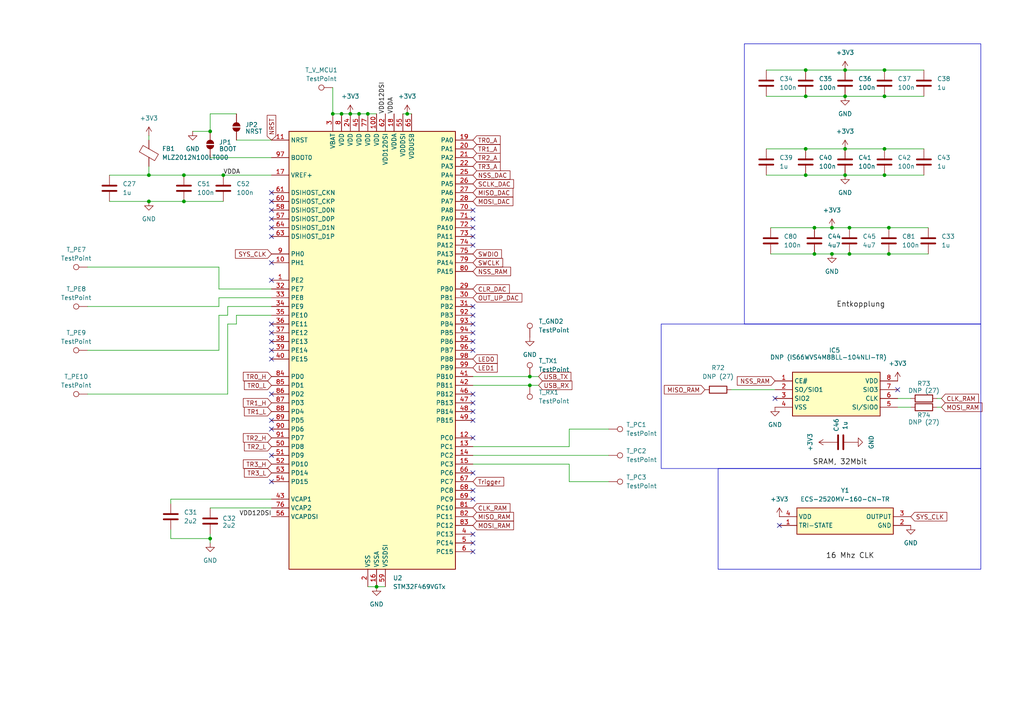
<source format=kicad_sch>
(kicad_sch (version 20231120) (generator "eeschema") (generator_version "8.0")
  (paper "A4")
  (lib_symbols
    (symbol "Lib:+3V3" (power) (pin_numbers hide) (pin_names (offset 0) hide)
      (property "Value" "+3V3" (at 0 3.556 0))
      (symbol "+3V3_0_1"
        (polyline (pts (xy -0.762 1.27) (xy 0 2.54)))
        (polyline (pts (xy 0 0) (xy 0 2.54)))
        (polyline (pts (xy 0 2.54) (xy 0.762 1.27)))
      )
      (symbol "+3V3_1_1"
        (pin power_in line (at 0 0 90) (length 0) (name "~") (number "1"))
      )
    )
    (symbol "Lib:C" (pin_numbers hide) (pin_names (offset 0.254))
      (property "Reference" "C" (at 0.635 2.54 0))
      (property "Value" "C" (at 0.635 -2.54 0))
      (symbol "C_0_1"
        (polyline (pts (xy -2.032 -0.762) (xy 2.032 -0.762)) (stroke (width 0.508)))
        (polyline (pts (xy -2.032 0.762) (xy 2.032 0.762)) (stroke (width 0.508)))
      )
      (symbol "C_1_1"
        (pin passive line (at 0 3.81 270) (length 2.794) (name "~") (number "1"))
        (pin passive line (at 0 -3.81 90) (length 2.794) (name "~") (number "2"))
      )
    )
    (symbol "Lib:ECS-2520MV-160-CN-TR"
      (property "Reference" "Y" (at 34.29 7.62 0))
      (property "Value" "ECS-2520MV-160-CN-TR" (at 34.29 5.08 0))
      (symbol "ECS-2520MV-160-CN-TR_1_1"
        (rectangle (start 5.08 2.54) (end 33.02 -5.08) (stroke (width 0.254)) (fill (type background)))
        (pin passive line (at 0 -2.54 0) (length 5.08) (name "TRI-STATE") (number "1"))
        (pin passive line (at 38.1 -2.54 180) (length 5.08) (name "GND") (number "2"))
        (pin passive line (at 38.1 0 180) (length 5.08) (name "OUTPUT") (number "3"))
        (pin passive line (at 0 0 0) (length 5.08) (name "VDD") (number "4"))
      )
    )
    (symbol "Lib:FerriteBead" (pin_numbers hide) (pin_names (offset 0))
      (property "Reference" "FB" (at -3.81 0.635 90))
      (property "Value" "FerriteBead" (at 3.81 0 90))
      (symbol "FerriteBead_0_1"
        (polyline (pts (xy 0 -1.27) (xy 0 -1.2192)))
        (polyline (pts (xy 0 1.27) (xy 0 1.2954)))
        (polyline (pts (xy -2.7686 0.4064) (xy -1.7018 2.2606) (xy 2.7686 -0.3048) (xy 1.6764 -2.159) (xy -2.7686 0.4064)))
      )
      (symbol "FerriteBead_1_1"
        (pin passive line (at 0 3.81 270) (length 2.54) (name "~") (number "1"))
        (pin passive line (at 0 -3.81 90) (length 2.54) (name "~") (number "2"))
      )
    )
    (symbol "Lib:GND" (power) (pin_numbers hide) (pin_names (offset 0) hide)
      (property "Value" "GND" (at 0 -3.81 0))
      (symbol "GND_0_1"
        (polyline (pts (xy 0 0) (xy 0 -1.27) (xy 1.27 -1.27) (xy 0 -2.54) (xy -1.27 -1.27) (xy 0 -1.27)))
      )
      (symbol "GND_1_1"
        (pin power_in line (at 0 0 270) (length 0) (name "~") (number "1"))
      )
    )
    (symbol "Lib:IS66WVS4M8BLL-104NLI-TR"
      (property "Reference" "IC" (at 31.75 7.62 0))
      (property "Value" "IS66WVS4M8BLL-104NLI-TR" (at 31.75 5.08 0))
      (symbol "IS66WVS4M8BLL-104NLI-TR_1_1"
        (rectangle (start 5.08 2.54) (end 30.48 -10.16) (stroke (width 0.254)) (fill (type background)))
        (pin passive line (at 0 0 0) (length 5.08) (name "CE#") (number "1"))
        (pin passive line (at 0 -2.54 0) (length 5.08) (name "SO/SIO1") (number "2"))
        (pin passive line (at 0 -5.08 0) (length 5.08) (name "SIO2") (number "3"))
        (pin passive line (at 0 -7.62 0) (length 5.08) (name "VSS") (number "4"))
        (pin passive line (at 35.56 -7.62 180) (length 5.08) (name "SI/SIO0") (number "5"))
        (pin passive line (at 35.56 -5.08 180) (length 5.08) (name "CLK") (number "6"))
        (pin passive line (at 35.56 -2.54 180) (length 5.08) (name "SIO3") (number "7"))
        (pin passive line (at 35.56 0 180) (length 5.08) (name "VDD") (number "8"))
      )
    )
    (symbol "Lib:R" (pin_numbers hide) (pin_names (offset 0))
      (property "Reference" "R" (at 2.032 0 90))
      (property "Value" "R" (at 0 0 90))
      (symbol "R_0_1"
        (rectangle (start -1.016 -2.54) (end 1.016 2.54) (stroke (width 0.254)))
      )
      (symbol "R_1_1"
        (pin passive line (at 0 3.81 270) (length 1.27) (name "~") (number "1"))
        (pin passive line (at 0 -3.81 90) (length 1.27) (name "~") (number "2"))
      )
    )
    (symbol "Lib:STM32F469VGTx"
      (property "Reference" "U" (at -22.86 64.77 0))
      (property "Value" "STM32F469VGTx" (at 15.24 64.77 0))
      (symbol "STM32F469VGTx_0_1"
        (rectangle (start -22.86 -63.5) (end 25.4 63.5) (stroke (width 0.254)) (fill (type background)))
      )
      (symbol "STM32F469VGTx_1_1"
        (pin bidirectional line (at -27.94 20.32 0) (length 5.08) (name "PE2") (number "1"))
        (pin bidirectional line (at -27.94 25.4 0) (length 5.08) (name "PH1") (number "10"))
        (pin power_in line (at 2.54 68.58 270) (length 5.08) (name "VDD") (number "100"))
        (pin input line (at -27.94 60.96 0) (length 5.08) (name "NRST") (number "11"))
        (pin bidirectional line (at 30.48 -25.4 180) (length 5.08) (name "PC0") (number "12"))
        (pin bidirectional line (at 30.48 -27.94 180) (length 5.08) (name "PC1") (number "13"))
        (pin bidirectional line (at 30.48 -30.48 180) (length 5.08) (name "PC2") (number "14"))
        (pin bidirectional line (at 30.48 -33.02 180) (length 5.08) (name "PC3") (number "15"))
        (pin power_in line (at 2.54 -68.58 90) (length 5.08) (name "VSSA") (number "16"))
        (pin input line (at -27.94 50.8 0) (length 5.08) (name "VREF+") (number "17"))
        (pin power_in line (at 7.62 68.58 270) (length 5.08) (name "VDDA") (number "18"))
        (pin bidirectional line (at 30.48 60.96 180) (length 5.08) (name "PA0") (number "19"))
        (pin power_in line (at 0 -68.58 90) (length 5.08) (name "VSS") (number "2"))
        (pin bidirectional line (at 30.48 58.42 180) (length 5.08) (name "PA1") (number "20"))
        (pin bidirectional line (at 30.48 55.88 180) (length 5.08) (name "PA2") (number "21"))
        (pin bidirectional line (at 30.48 53.34 180) (length 5.08) (name "PA3") (number "22"))
        (pin passive line (at 0 -68.58 90) (length 5.08) hide (name "VSS") (number "23"))
        (pin power_in line (at -5.08 68.58 270) (length 5.08) (name "VDD") (number "24"))
        (pin bidirectional line (at 30.48 50.8 180) (length 5.08) (name "PA4") (number "25"))
        (pin bidirectional line (at 30.48 48.26 180) (length 5.08) (name "PA5") (number "26"))
        (pin bidirectional line (at 30.48 45.72 180) (length 5.08) (name "PA6") (number "27"))
        (pin bidirectional line (at 30.48 43.18 180) (length 5.08) (name "PA7") (number "28"))
        (pin bidirectional line (at 30.48 17.78 180) (length 5.08) (name "PB0") (number "29"))
        (pin power_in line (at -10.16 68.58 270) (length 5.08) (name "VBAT") (number "3"))
        (pin bidirectional line (at 30.48 15.24 180) (length 5.08) (name "PB1") (number "30"))
        (pin bidirectional line (at 30.48 12.7 180) (length 5.08) (name "PB2") (number "31"))
        (pin bidirectional line (at -27.94 17.78 0) (length 5.08) (name "PE7") (number "32"))
        (pin bidirectional line (at -27.94 15.24 0) (length 5.08) (name "PE8") (number "33"))
        (pin bidirectional line (at -27.94 12.7 0) (length 5.08) (name "PE9") (number "34"))
        (pin bidirectional line (at -27.94 10.16 0) (length 5.08) (name "PE10") (number "35"))
        (pin bidirectional line (at -27.94 7.62 0) (length 5.08) (name "PE11") (number "36"))
        (pin bidirectional line (at -27.94 5.08 0) (length 5.08) (name "PE12") (number "37"))
        (pin bidirectional line (at -27.94 2.54 0) (length 5.08) (name "PE13") (number "38"))
        (pin bidirectional line (at -27.94 0 0) (length 5.08) (name "PE14") (number "39"))
        (pin bidirectional line (at 30.48 -53.34 180) (length 5.08) (name "PC13") (number "4"))
        (pin bidirectional line (at -27.94 -2.54 0) (length 5.08) (name "PE15") (number "40"))
        (pin bidirectional line (at 30.48 -7.62 180) (length 5.08) (name "PB10") (number "41"))
        (pin bidirectional line (at 30.48 -10.16 180) (length 5.08) (name "PB11") (number "42"))
        (pin power_out line (at -27.94 -43.18 0) (length 5.08) (name "VCAP1") (number "43"))
        (pin passive line (at 0 -68.58 90) (length 5.08) hide (name "VSS") (number "44"))
        (pin power_in line (at -2.54 68.58 270) (length 5.08) (name "VDD") (number "45"))
        (pin bidirectional line (at 30.48 -12.7 180) (length 5.08) (name "PB12") (number "46"))
        (pin bidirectional line (at 30.48 -15.24 180) (length 5.08) (name "PB13") (number "47"))
        (pin bidirectional line (at 30.48 -17.78 180) (length 5.08) (name "PB14") (number "48"))
        (pin bidirectional line (at 30.48 -20.32 180) (length 5.08) (name "PB15") (number "49"))
        (pin bidirectional line (at 30.48 -55.88 180) (length 5.08) (name "PC14") (number "5"))
        (pin bidirectional line (at -27.94 -27.94 0) (length 5.08) (name "PD8") (number "50"))
        (pin bidirectional line (at -27.94 -30.48 0) (length 5.08) (name "PD9") (number "51"))
        (pin bidirectional line (at -27.94 -33.02 0) (length 5.08) (name "PD10") (number "52"))
        (pin bidirectional line (at -27.94 -35.56 0) (length 5.08) (name "PD14") (number "53"))
        (pin bidirectional line (at -27.94 -38.1 0) (length 5.08) (name "PD15") (number "54"))
        (pin power_in line (at 10.16 68.58 270) (length 5.08) (name "VDDDSI") (number "55"))
        (pin power_out line (at -27.94 -48.26 0) (length 5.08) (name "VCAPDSI") (number "56"))
        (pin bidirectional line (at -27.94 38.1 0) (length 5.08) (name "DSIHOST_D0P") (number "57"))
        (pin bidirectional line (at -27.94 40.64 0) (length 5.08) (name "DSIHOST_D0N") (number "58"))
        (pin power_in line (at 5.08 -68.58 90) (length 5.08) (name "VSSDSI") (number "59"))
        (pin bidirectional line (at 30.48 -58.42 180) (length 5.08) (name "PC15") (number "6"))
        (pin bidirectional line (at -27.94 43.18 0) (length 5.08) (name "DSIHOST_CKP") (number "60"))
        (pin bidirectional line (at -27.94 45.72 0) (length 5.08) (name "DSIHOST_CKN") (number "61"))
        (pin power_in line (at 5.08 68.58 270) (length 5.08) (name "VDD12DSI") (number "62"))
        (pin bidirectional line (at -27.94 33.02 0) (length 5.08) (name "DSIHOST_D1P") (number "63"))
        (pin bidirectional line (at -27.94 35.56 0) (length 5.08) (name "DSIHOST_D1N") (number "64"))
        (pin power_in line (at 12.7 68.58 270) (length 5.08) (name "VDDUSB") (number "65"))
        (pin bidirectional line (at 30.48 -35.56 180) (length 5.08) (name "PC6") (number "66"))
        (pin bidirectional line (at 30.48 -38.1 180) (length 5.08) (name "PC7") (number "67"))
        (pin bidirectional line (at 30.48 -40.64 180) (length 5.08) (name "PC8") (number "68"))
        (pin bidirectional line (at 30.48 -43.18 180) (length 5.08) (name "PC9") (number "69"))
        (pin passive line (at 0 -68.58 90) (length 5.08) hide (name "VSS") (number "7"))
        (pin bidirectional line (at 30.48 40.64 180) (length 5.08) (name "PA8") (number "70"))
        (pin bidirectional line (at 30.48 38.1 180) (length 5.08) (name "PA9") (number "71"))
        (pin bidirectional line (at 30.48 35.56 180) (length 5.08) (name "PA10") (number "72"))
        (pin bidirectional line (at 30.48 33.02 180) (length 5.08) (name "PA11") (number "73"))
        (pin bidirectional line (at 30.48 30.48 180) (length 5.08) (name "PA12") (number "74"))
        (pin bidirectional line (at 30.48 27.94 180) (length 5.08) (name "PA13") (number "75"))
        (pin power_out line (at -27.94 -45.72 0) (length 5.08) (name "VCAP2") (number "76"))
        (pin power_in line (at 0 68.58 270) (length 5.08) (name "VDD") (number "77"))
        (pin passive line (at 0 -68.58 90) (length 5.08) hide (name "VSS") (number "78"))
        (pin bidirectional line (at 30.48 25.4 180) (length 5.08) (name "PA14") (number "79"))
        (pin power_in line (at -7.62 68.58 270) (length 5.08) (name "VDD") (number "8"))
        (pin bidirectional line (at 30.48 22.86 180) (length 5.08) (name "PA15") (number "80"))
        (pin bidirectional line (at 30.48 -45.72 180) (length 5.08) (name "PC10") (number "81"))
        (pin bidirectional line (at 30.48 -48.26 180) (length 5.08) (name "PC11") (number "82"))
        (pin bidirectional line (at 30.48 -50.8 180) (length 5.08) (name "PC12") (number "83"))
        (pin bidirectional line (at -27.94 -7.62 0) (length 5.08) (name "PD0") (number "84"))
        (pin bidirectional line (at -27.94 -10.16 0) (length 5.08) (name "PD1") (number "85"))
        (pin bidirectional line (at -27.94 -12.7 0) (length 5.08) (name "PD2") (number "86"))
        (pin bidirectional line (at -27.94 -15.24 0) (length 5.08) (name "PD3") (number "87"))
        (pin bidirectional line (at -27.94 -17.78 0) (length 5.08) (name "PD4") (number "88"))
        (pin bidirectional line (at -27.94 -20.32 0) (length 5.08) (name "PD5") (number "89"))
        (pin bidirectional line (at -27.94 27.94 0) (length 5.08) (name "PH0") (number "9"))
        (pin bidirectional line (at -27.94 -22.86 0) (length 5.08) (name "PD6") (number "90"))
        (pin bidirectional line (at -27.94 -25.4 0) (length 5.08) (name "PD7") (number "91"))
        (pin bidirectional line (at 30.48 10.16 180) (length 5.08) (name "PB3") (number "92"))
        (pin bidirectional line (at 30.48 7.62 180) (length 5.08) (name "PB4") (number "93"))
        (pin bidirectional line (at 30.48 5.08 180) (length 5.08) (name "PB5") (number "94"))
        (pin bidirectional line (at 30.48 2.54 180) (length 5.08) (name "PB6") (number "95"))
        (pin bidirectional line (at 30.48 0 180) (length 5.08) (name "PB7") (number "96"))
        (pin input line (at -27.94 55.88 0) (length 5.08) (name "BOOT0") (number "97"))
        (pin bidirectional line (at 30.48 -2.54 180) (length 5.08) (name "PB8") (number "98"))
        (pin bidirectional line (at 30.48 -5.08 180) (length 5.08) (name "PB9") (number "99"))
      )
    )
    (symbol "Lib:SolderJumper_2_Open" (pin_numbers hide) (pin_names (offset 0) hide) (exclude_from_sim yes) (in_bom no)
      (property "Reference" "JP" (at 0 2.032 0))
      (property "Value" "SolderJumper_2_Open" (at 0 -2.54 0))
      (symbol "SolderJumper_2_Open_0_1"
        (arc (start -0.254 1.016) (mid -1.2656 0) (end -0.254 -1.016))
        (arc (start -0.254 1.016) (mid -1.2656 0) (end -0.254 -1.016) (fill (type outline)))
        (polyline (pts (xy -0.254 1.016) (xy -0.254 -1.016)))
        (polyline (pts (xy 0.254 1.016) (xy 0.254 -1.016)))
        (arc (start 0.254 -1.016) (mid 1.2656 0) (end 0.254 1.016))
        (arc (start 0.254 -1.016) (mid 1.2656 0) (end 0.254 1.016) (fill (type outline)))
      )
      (symbol "SolderJumper_2_Open_1_1"
        (pin passive line (at -3.81 0 0) (length 2.54) (name "A") (number "1"))
        (pin passive line (at 3.81 0 180) (length 2.54) (name "B") (number "2"))
      )
    )
    (symbol "Lib:TestPoint" (pin_numbers hide) (pin_names (offset 0.762) hide)
      (property "Reference" "TP" (at 0 6.858 0))
      (property "Value" "TestPoint" (at 0 5.08 0))
      (symbol "TestPoint_0_1"
        (circle (center 0 3.302) (radius 0.762))
      )
      (symbol "TestPoint_1_1"
        (pin passive line (at 0 0 90) (length 2.54) (name "1") (number "1"))
      )
    )
  )
  (junction (at 233.68 50.8))
  (junction (at 233.68 43.18))
  (junction (at 256.54 20.32))
  (junction (at 101.6 33.02))
  (junction (at 64.77 50.8))
  (junction (at 256.54 50.8))
  (junction (at 245.11 43.18))
  (junction (at 256.54 27.94))
  (junction (at 153.67 109.22))
  (junction (at 43.18 50.8))
  (junction (at 99.06 33.02))
  (junction (at 245.11 50.8))
  (junction (at 236.22 73.66))
  (junction (at 106.68 33.02))
  (junction (at 245.11 20.32))
  (junction (at 241.3 73.66))
  (junction (at 245.11 27.94))
  (junction (at 104.14 33.02))
  (junction (at 109.22 170.18))
  (junction (at 96.52 33.02))
  (junction (at 153.67 111.76))
  (junction (at 53.34 50.8))
  (junction (at 60.96 38.1))
  (junction (at 256.54 43.18))
  (junction (at 43.18 58.42))
  (junction (at 233.68 20.32))
  (junction (at 246.38 66.04))
  (junction (at 257.81 73.66))
  (junction (at 233.68 27.94))
  (junction (at 60.96 156.21))
  (junction (at 257.81 66.04))
  (junction (at 53.34 58.42))
  (junction (at 246.38 73.66))
  (junction (at 236.22 66.04))
  (junction (at 241.3 66.04))
  (junction (at 118.11 33.02))
  (no_connect (at 78.74 76.2))
  (no_connect (at 137.16 71.12))
  (no_connect (at 78.74 114.3))
  (no_connect (at 226.06 152.4))
  (no_connect (at 137.16 99.06))
  (no_connect (at 137.16 142.24))
  (no_connect (at 224.79 115.57))
  (no_connect (at 137.16 63.5))
  (no_connect (at 137.16 121.92))
  (no_connect (at 137.16 127))
  (no_connect (at 137.16 93.98))
  (no_connect (at 78.74 139.7))
  (no_connect (at 137.16 88.9))
  (no_connect (at 78.74 60.96))
  (no_connect (at 137.16 68.58))
  (no_connect (at 78.74 66.04))
  (no_connect (at 78.74 124.46))
  (no_connect (at 137.16 154.94))
  (no_connect (at 137.16 144.78))
  (no_connect (at 78.74 96.52))
  (no_connect (at 137.16 114.3))
  (no_connect (at 137.16 96.52))
  (no_connect (at 137.16 116.84))
  (no_connect (at 78.74 99.06))
  (no_connect (at 78.74 121.92))
  (no_connect (at 137.16 160.02))
  (no_connect (at 137.16 66.04))
  (no_connect (at 78.74 93.98))
  (no_connect (at 137.16 157.48))
  (no_connect (at 137.16 137.16))
  (no_connect (at 137.16 91.44))
  (no_connect (at 78.74 68.58))
  (no_connect (at 78.74 81.28))
  (no_connect (at 78.74 132.08))
  (no_connect (at 78.74 63.5))
  (no_connect (at 78.74 58.42))
  (no_connect (at 137.16 101.6))
  (no_connect (at 78.74 104.14))
  (no_connect (at 137.16 119.38))
  (no_connect (at 78.74 55.88))
  (no_connect (at 78.74 101.6))
  (no_connect (at 260.35 113.03))
  (no_connect (at 137.16 60.96))
  (wire (pts (xy 49.53 153.67) (xy 49.53 156.21)))
  (wire (pts (xy 49.53 156.21) (xy 60.96 156.21)))
  (wire (pts (xy 245.11 27.94) (xy 256.54 27.94)))
  (wire (pts (xy 109.22 170.18) (xy 111.76 170.18)))
  (wire (pts (xy 64.77 50.8) (xy 78.74 50.8)))
  (wire (pts (xy 66.04 91.44) (xy 66.04 88.9)))
  (wire (pts (xy 53.34 50.8) (xy 64.77 50.8)))
  (wire (pts (xy 236.22 73.66) (xy 241.3 73.66)))
  (wire (pts (xy 66.04 88.9) (xy 78.74 88.9)))
  (wire (pts (xy 165.1 124.46) (xy 176.53 124.46)))
  (wire (pts (xy 153.67 109.22) (xy 137.16 109.22)))
  (wire (pts (xy 53.34 58.42) (xy 64.77 58.42)))
  (wire (pts (xy 245.11 50.8) (xy 256.54 50.8)))
  (wire (pts (xy 99.06 33.02) (xy 101.6 33.02)))
  (wire (pts (xy 49.53 144.78) (xy 78.74 144.78)))
  (wire (pts (xy 256.54 50.8) (xy 267.97 50.8)))
  (wire (pts (xy 55.88 38.1) (xy 60.96 38.1)))
  (wire (pts (xy 66.04 114.3) (xy 66.04 93.98)))
  (wire (pts (xy 222.25 20.32) (xy 233.68 20.32)))
  (wire (pts (xy 106.68 170.18) (xy 109.22 170.18)))
  (wire (pts (xy 273.05 118.11) (xy 271.78 118.11)))
  (wire (pts (xy 63.5 86.36) (xy 78.74 86.36)))
  (wire (pts (xy 96.52 25.4) (xy 96.52 33.02)))
  (wire (pts (xy 101.6 33.02) (xy 104.14 33.02)))
  (wire (pts (xy 222.25 50.8) (xy 233.68 50.8)))
  (wire (pts (xy 104.14 33.02) (xy 106.68 33.02)))
  (wire (pts (xy 31.75 50.8) (xy 43.18 50.8)))
  (wire (pts (xy 49.53 146.05) (xy 49.53 144.78)))
  (wire (pts (xy 63.5 88.9) (xy 63.5 86.36)))
  (wire (pts (xy 236.22 66.04) (xy 241.3 66.04)))
  (wire (pts (xy 156.21 111.76) (xy 153.67 111.76)))
  (wire (pts (xy 137.16 134.62) (xy 165.1 134.62)))
  (wire (pts (xy 68.58 40.64) (xy 78.74 40.64)))
  (wire (pts (xy 273.05 115.57) (xy 271.78 115.57)))
  (wire (pts (xy 153.67 111.76) (xy 137.16 111.76)))
  (wire (pts (xy 106.68 33.02) (xy 109.22 33.02)))
  (wire (pts (xy 246.38 73.66) (xy 241.3 73.66)))
  (wire (pts (xy 116.84 33.02) (xy 118.11 33.02)))
  (wire (pts (xy 63.5 101.6) (xy 63.5 91.44)))
  (wire (pts (xy 233.68 27.94) (xy 245.11 27.94)))
  (wire (pts (xy 68.58 91.44) (xy 78.74 91.44)))
  (wire (pts (xy 118.11 33.02) (xy 119.38 33.02)))
  (wire (pts (xy 25.4 77.47) (xy 63.5 77.47)))
  (wire (pts (xy 222.25 43.18) (xy 233.68 43.18)))
  (wire (pts (xy 257.81 66.04) (xy 269.24 66.04)))
  (wire (pts (xy 256.54 43.18) (xy 267.97 43.18)))
  (wire (pts (xy 233.68 20.32) (xy 245.11 20.32)))
  (wire (pts (xy 43.18 50.8) (xy 53.34 50.8)))
  (wire (pts (xy 256.54 27.94) (xy 267.97 27.94)))
  (wire (pts (xy 246.38 73.66) (xy 257.81 73.66)))
  (wire (pts (xy 165.1 139.7) (xy 176.53 139.7)))
  (wire (pts (xy 25.4 101.6) (xy 63.5 101.6)))
  (wire (pts (xy 43.18 48.26) (xy 43.18 50.8)))
  (wire (pts (xy 233.68 50.8) (xy 245.11 50.8)))
  (wire (pts (xy 60.96 156.21) (xy 60.96 154.94)))
  (wire (pts (xy 246.38 66.04) (xy 241.3 66.04)))
  (wire (pts (xy 223.52 73.66) (xy 236.22 73.66)))
  (wire (pts (xy 63.5 77.47) (xy 63.5 83.82)))
  (wire (pts (xy 43.18 58.42) (xy 53.34 58.42)))
  (wire (pts (xy 68.58 93.98) (xy 68.58 91.44)))
  (wire (pts (xy 245.11 43.18) (xy 256.54 43.18)))
  (wire (pts (xy 246.38 66.04) (xy 257.81 66.04)))
  (wire (pts (xy 165.1 134.62) (xy 165.1 139.7)))
  (wire (pts (xy 25.4 114.3) (xy 66.04 114.3)))
  (wire (pts (xy 264.16 118.11) (xy 260.35 118.11)))
  (wire (pts (xy 245.11 20.32) (xy 256.54 20.32)))
  (wire (pts (xy 60.96 45.72) (xy 78.74 45.72)))
  (wire (pts (xy 212.09 113.03) (xy 224.79 113.03)))
  (wire (pts (xy 63.5 83.82) (xy 78.74 83.82)))
  (wire (pts (xy 137.16 129.54) (xy 165.1 129.54)))
  (wire (pts (xy 256.54 20.32) (xy 267.97 20.32)))
  (wire (pts (xy 43.18 40.64) (xy 43.18 39.37)))
  (wire (pts (xy 66.04 93.98) (xy 68.58 93.98)))
  (wire (pts (xy 137.16 132.08) (xy 176.53 132.08)))
  (wire (pts (xy 60.96 147.32) (xy 78.74 147.32)))
  (wire (pts (xy 222.25 27.94) (xy 233.68 27.94)))
  (wire (pts (xy 264.16 115.57) (xy 260.35 115.57)))
  (wire (pts (xy 96.52 33.02) (xy 99.06 33.02)))
  (wire (pts (xy 63.5 91.44) (xy 66.04 91.44)))
  (wire (pts (xy 31.75 58.42) (xy 43.18 58.42)))
  (wire (pts (xy 25.4 88.9) (xy 63.5 88.9)))
  (wire (pts (xy 156.21 109.22) (xy 153.67 109.22)))
  (wire (pts (xy 60.96 157.48) (xy 60.96 156.21)))
  (wire (pts (xy 60.96 38.1) (xy 60.96 33.02)))
  (wire (pts (xy 223.52 66.04) (xy 236.22 66.04)))
  (wire (pts (xy 165.1 129.54) (xy 165.1 124.46)))
  (wire (pts (xy 60.96 33.02) (xy 68.58 33.02)))
  (wire (pts (xy 257.81 73.66) (xy 269.24 73.66)))
  (wire (pts (xy 233.68 43.18) (xy 245.11 43.18)))
  (rectangle (start 208.28 135.89) (end 284.48 165.1))
  (rectangle (start 191.77 93.98) (end 284.48 135.89))
  (rectangle (start 215.9 12.7) (end 284.48 93.98))
  (text "Entkopplung\n" (at 249.682 88.392 0) (effects (font (size 1.524 1.524))))
  (text "SRAM, 32Mbit" (at 243.586 134.112 0) (effects (font (size 1.524 1.524))))
  (text "16 Mhz CLK " (at 247.142 161.29 0) (effects (font (size 1.524 1.524))))
  (label "VDD12DSI" (at 78.74 149.86 180))
  (label "VDDA" (at 114.3 33.02 90))
  (label "VDDA" (at 64.77 50.8 0))
  (label "VDD12DSI" (at 111.76 33.02 90))
  (global_label "TR2_L" (shape input) (at 78.74 129.54 180) (property "Intersheetrefs" "${INTERSHEET_REFS}" (effects (hide yes))))
  (global_label "USB_RX" (shape input) (at 156.21 111.76 0) (property "Intersheetrefs" "${INTERSHEET_REFS}" (effects (hide yes))))
  (global_label "MISO_RAM" (shape input) (at 137.16 149.86 0) (property "Intersheetrefs" "${INTERSHEET_REFS}" (effects (hide yes))))
  (global_label "CLK_RAM" (shape input) (at 273.05 115.57 0) (property "Intersheetrefs" "${INTERSHEET_REFS}" (effects (hide yes))))
  (global_label "USB_TX" (shape input) (at 156.21 109.22 0) (property "Intersheetrefs" "${INTERSHEET_REFS}" (effects (hide yes))))
  (global_label "MOSI_RAM" (shape input) (at 137.16 152.4 0) (property "Intersheetrefs" "${INTERSHEET_REFS}" (effects (hide yes))))
  (global_label "TR3_H" (shape input) (at 78.74 134.62 180) (property "Intersheetrefs" "${INTERSHEET_REFS}" (effects (hide yes))))
  (global_label "SYS_CLK" (shape input) (at 78.74 73.66 180) (property "Intersheetrefs" "${INTERSHEET_REFS}" (effects (hide yes))))
  (global_label "MOSI_DAC" (shape input) (at 137.16 58.42 0) (property "Intersheetrefs" "${INTERSHEET_REFS}" (effects (hide yes))))
  (global_label "MISO_DAC" (shape input) (at 137.16 55.88 0) (property "Intersheetrefs" "${INTERSHEET_REFS}" (effects (hide yes))))
  (global_label "NSS_RAM" (shape input) (at 224.79 110.49 180) (property "Intersheetrefs" "${INTERSHEET_REFS}" (effects (hide yes))))
  (global_label "NSS_RAM" (shape input) (at 137.16 78.74 0) (property "Intersheetrefs" "${INTERSHEET_REFS}" (effects (hide yes))))
  (global_label "LED1" (shape input) (at 137.16 106.68 0) (property "Intersheetrefs" "${INTERSHEET_REFS}" (effects (hide yes))))
  (global_label "LED0" (shape input) (at 137.16 104.14 0) (property "Intersheetrefs" "${INTERSHEET_REFS}" (effects (hide yes))))
  (global_label "Trigger" (shape input) (at 137.16 139.7 0) (property "Intersheetrefs" "${INTERSHEET_REFS}" (effects (hide yes))))
  (global_label "TR2_H" (shape input) (at 78.74 127 180) (property "Intersheetrefs" "${INTERSHEET_REFS}" (effects (hide yes))))
  (global_label "SYS_CLK" (shape input) (at 264.16 149.86 0) (property "Intersheetrefs" "${INTERSHEET_REFS}" (effects (hide yes))))
  (global_label "TR0_L" (shape input) (at 78.74 111.76 180) (property "Intersheetrefs" "${INTERSHEET_REFS}" (effects (hide yes))))
  (global_label "TR0_H" (shape input) (at 78.74 109.22 180) (property "Intersheetrefs" "${INTERSHEET_REFS}" (effects (hide yes))))
  (global_label "TR2_A" (shape input) (at 137.16 45.72 0) (property "Intersheetrefs" "${INTERSHEET_REFS}" (effects (hide yes))))
  (global_label "TR3_L" (shape input) (at 78.74 137.16 180) (property "Intersheetrefs" "${INTERSHEET_REFS}" (effects (hide yes))))
  (global_label "SWCLK" (shape input) (at 137.16 76.2 0) (property "Intersheetrefs" "${INTERSHEET_REFS}" (effects (hide yes))))
  (global_label "CLR_DAC" (shape input) (at 137.16 83.82 0) (property "Intersheetrefs" "${INTERSHEET_REFS}" (effects (hide yes))))
  (global_label "TR1_L" (shape input) (at 78.74 119.38 180) (property "Intersheetrefs" "${INTERSHEET_REFS}" (effects (hide yes))))
  (global_label "TR3_A" (shape input) (at 137.16 48.26 0) (property "Intersheetrefs" "${INTERSHEET_REFS}" (effects (hide yes))))
  (global_label "SCLK_DAC" (shape input) (at 137.16 53.34 0) (property "Intersheetrefs" "${INTERSHEET_REFS}" (effects (hide yes))))
  (global_label "CLK_RAM" (shape input) (at 137.16 147.32 0) (property "Intersheetrefs" "${INTERSHEET_REFS}" (effects (hide yes))))
  (global_label "SWDIO" (shape input) (at 137.16 73.66 0) (property "Intersheetrefs" "${INTERSHEET_REFS}" (effects (hide yes))))
  (global_label "NRST" (shape input) (at 78.74 40.64 90) (property "Intersheetrefs" "${INTERSHEET_REFS}" (effects (hide yes))))
  (global_label "MISO_RAM" (shape input) (at 204.47 113.03 180) (property "Intersheetrefs" "${INTERSHEET_REFS}" (effects (hide yes))))
  (global_label "TR0_A" (shape input) (at 137.16 40.64 0) (property "Intersheetrefs" "${INTERSHEET_REFS}" (effects (hide yes))))
  (global_label "OUT_UP_DAC" (shape input) (at 137.16 86.36 0) (property "Intersheetrefs" "${INTERSHEET_REFS}" (effects (hide yes))))
  (global_label "TR1_H" (shape input) (at 78.74 116.84 180) (property "Intersheetrefs" "${INTERSHEET_REFS}" (effects (hide yes))))
  (global_label "NSS_DAC" (shape input) (at 137.16 50.8 0) (property "Intersheetrefs" "${INTERSHEET_REFS}" (effects (hide yes))))
  (global_label "TR1_A" (shape input) (at 137.16 43.18 0) (property "Intersheetrefs" "${INTERSHEET_REFS}" (effects (hide yes))))
  (global_label "MOSI_RAM" (shape input) (at 273.05 118.11 0) (property "Intersheetrefs" "${INTERSHEET_REFS}" (effects (hide yes))))
  (symbol (lib_id "Lib:TestPoint") (at 25.4 114.3 90) (unit 1)
    (property "Reference" "T_PE10" (at 22.098 109.22 90))
    (property "Value" "TestPoint" (at 22.098 111.76 90))
    (property "Footprint" "TestPoint:TestPoint_Pad_D1.5mm" (effects (hide yes)))
    (property "Description" "test point" (effects (hide yes)))
  )
  (symbol (lib_id "Lib:+3V3") (at 118.11 33.02 0) (unit 1)
    (property "Reference" "#PWR063" (effects (hide yes)))
    (property "Value" "+3V3" (at 118.11 27.94 0))
    (property "Description" "Power symbol creates a global label with name \"+3V3\"" (effects (hide yes)))
  )
  (symbol (lib_id "Lib:TestPoint") (at 25.4 77.47 90) (unit 1)
    (property "Reference" "T_PE7" (at 22.098 72.39 90))
    (property "Value" "TestPoint" (at 22.098 74.93 90))
    (property "Footprint" "TestPoint:TestPoint_Pad_D1.5mm" (effects (hide yes)))
    (property "Description" "test point" (effects (hide yes)))
  )
  (symbol (lib_id "Lib:GND") (at 43.18 58.42 0) (unit 1)
    (property "Reference" "#PWR061" (effects (hide yes)))
    (property "Value" "GND" (at 43.18 63.5 0))
    (property "Description" "Power symbol creates a global label with name \"GND\" , ground" (effects (hide yes)))
  )
  (symbol (lib_id "Lib:GND") (at 153.67 97.79 0) (unit 1)
    (property "Reference" "#PWR0145" (effects (hide yes)))
    (property "Value" "GND" (at 153.67 102.87 0))
    (property "Description" "Power symbol creates a global label with name \"GND\" , ground" (effects (hide yes)))
  )
  (symbol (lib_id "Lib:GND") (at 55.88 38.1 0) (unit 1)
    (property "Reference" "#PWR065" (effects (hide yes)))
    (property "Value" "GND" (at 55.88 43.18 0))
    (property "Description" "Power symbol creates a global label with name \"GND\" , ground" (effects (hide yes)))
  )
  (symbol (lib_id "Lib:C") (at 246.38 69.85 0) (unit 1)
    (property "Reference" "C45" (at 250.19 68.5799 0) (effects (justify left)))
    (property "Value" "4u7" (at 250.19 71.1199 0) (effects (justify left)))
    (property "Footprint" "Capacitor_SMD:C_0805_2012Metric" (effects (hide yes)))
    (property "Description" "Unpolarized capacitor" (effects (hide yes)))
  )
  (symbol (lib_id "Lib:FerriteBead") (at 43.18 44.45 0) (unit 1)
    (property "Reference" "FB1" (at 46.99 43.1291 0) (effects (justify left)))
    (property "Value" "MLZ2012N100LT000 " (at 46.99 45.6691 0) (effects (justify left)))
    (property "Footprint" "Inductor_SMD:L_0805_2012Metric" (effects (hide yes)))
    (property "Description" "Ferrite bead" (effects (hide yes)))
  )
  (symbol (lib_id "Lib:C") (at 245.11 46.99 0) (unit 1)
    (property "Reference" "C41" (at 248.92 45.7199 0) (effects (justify left)))
    (property "Value" "100n" (at 248.92 48.2599 0) (effects (justify left)))
    (property "Footprint" "Capacitor_SMD:C_0603_1608Metric" (effects (hide yes)))
    (property "Description" "Unpolarized capacitor" (effects (hide yes)))
  )
  (symbol (lib_id "Lib:C") (at 64.77 54.61 0) (unit 1)
    (property "Reference" "C52" (at 68.58 53.3399 0) (effects (justify left)))
    (property "Value" "100n" (at 68.58 55.8799 0) (effects (justify left)))
    (property "Footprint" "Capacitor_SMD:C_0603_1608Metric" (effects (hide yes)))
    (property "Description" "Unpolarized capacitor" (effects (hide yes)))
  )
  (symbol (lib_id "Lib:IS66WVS4M8BLL-104NLI-TR") (at 224.79 110.49 0) (unit 1)
    (property "Reference" "IC5" (at 242.062 101.6 0))
    (property "Value" "DNP (IS66WVS4M8BLL-104NLI-TR)" (at 240.284 103.632 0))
    (property "Footprint" "Downloads:SOIC127P600X175-8N" (effects (hide yes)))
    (property "Datasheet" "https://www.mouser.in/datasheet/2/198/66_67WVS1M8ALL_BLL-2933416.pdf" (effects (hide yes)))
    (property "Description" "8-pin SOIC 150mil" (effects (hide yes)))
    (property "Height" "1.75" (effects (hide yes)))
    (property "Mouser Part Number" "870-WVS4M8BLL104NLIT" (effects (hide yes)))
    (property "Mouser Price/Stock" "https://www.mouser.co.uk/ProductDetail/ISSI/IS66WVS4M8BLL-104NLI-TR?qs=doiCPypUmgHcpIv2ssOcVg%3D%3D" (effects (hide yes)))
    (property "Manufacturer_Name" "Integrated Silicon Solution Inc." (effects (hide yes)))
    (property "Manufacturer_Part_Number" "IS66WVS4M8BLL-104NLI-TR" (effects (hide yes)))
  )
  (symbol (lib_id "Lib:C") (at 256.54 24.13 0) (unit 1)
    (property "Reference" "C37" (at 260.35 22.8599 0) (effects (justify left)))
    (property "Value" "100n" (at 260.35 25.3999 0) (effects (justify left)))
    (property "Footprint" "Capacitor_SMD:C_0603_1608Metric" (effects (hide yes)))
    (property "Description" "Unpolarized capacitor" (effects (hide yes)))
  )
  (symbol (lib_id "Lib:+3V3") (at 226.06 149.86 0) (unit 1)
    (property "Reference" "#PWR082" (effects (hide yes)))
    (property "Value" "+3V3" (at 226.06 144.78 0))
    (property "Description" "Power symbol creates a global label with name \"+3V3\"" (effects (hide yes)))
  )
  (symbol (lib_id "Lib:R") (at 267.97 115.57 90) (unit 1)
    (property "Reference" "R73" (at 267.97 111.252 90))
    (property "Value" "DNP (27)" (at 267.97 113.284 90))
    (property "Footprint" "Resistor_SMD:R_0603_1608Metric" (effects (hide yes)))
    (property "Description" "Resistor" (effects (hide yes)))
  )
  (symbol (lib_id "Lib:C") (at 269.24 69.85 0) (unit 1)
    (property "Reference" "C33" (at 273.05 68.5799 0) (effects (justify left)))
    (property "Value" "1u" (at 273.05 71.1199 0) (effects (justify left)))
    (property "Footprint" "Capacitor_SMD:C_0603_1608Metric" (effects (hide yes)))
    (property "Description" "Unpolarized capacitor" (effects (hide yes)))
  )
  (symbol (lib_id "Lib:C") (at 256.54 46.99 0) (unit 1)
    (property "Reference" "C42" (at 260.35 45.7199 0) (effects (justify left)))
    (property "Value" "100n" (at 260.35 48.2599 0) (effects (justify left)))
    (property "Footprint" "Capacitor_SMD:C_0603_1608Metric" (effects (hide yes)))
    (property "Description" "Unpolarized capacitor" (effects (hide yes)))
  )
  (symbol (lib_id "Lib:+3V3") (at 245.11 43.18 0) (unit 1)
    (property "Reference" "#PWR068" (effects (hide yes)))
    (property "Value" "+3V3" (at 245.11 38.1 0))
    (property "Description" "Power symbol creates a global label with name \"+3V3\"" (effects (hide yes)))
  )
  (symbol (lib_id "Lib:TestPoint") (at 153.67 97.79 0) (unit 1)
    (property "Reference" "T_GND2" (at 156.21 93.2179 0) (effects (justify left)))
    (property "Value" "TestPoint" (at 156.21 95.7579 0) (effects (justify left)))
    (property "Footprint" "TestPoint:TestPoint_Pad_D1.5mm" (effects (hide yes)))
    (property "Description" "test point" (effects (hide yes)))
  )
  (symbol (lib_id "Lib:+3V3") (at 43.18 39.37 0) (unit 1)
    (property "Reference" "#PWR064" (effects (hide yes)))
    (property "Value" "+3V3" (at 43.18 34.29 0))
    (property "Description" "Power symbol creates a global label with name \"+3V3\"" (effects (hide yes)))
  )
  (symbol (lib_id "Lib:GND") (at 245.11 27.94 0) (unit 1)
    (property "Reference" "#PWR066" (effects (hide yes)))
    (property "Value" "GND" (at 245.11 33.02 0))
    (property "Description" "Power symbol creates a global label with name \"GND\" , ground" (effects (hide yes)))
  )
  (symbol (lib_id "Lib:TestPoint") (at 176.53 132.08 270) (unit 1)
    (property "Reference" "T_PC2" (at 181.61 130.8099 90) (effects (justify left)))
    (property "Value" "TestPoint" (at 181.61 133.3499 90) (effects (justify left)))
    (property "Footprint" "TestPoint:TestPoint_Pad_D1.5mm" (effects (hide yes)))
    (property "Description" "test point" (effects (hide yes)))
  )
  (symbol (lib_id "Lib:GND") (at 247.65 128.27 90) (unit 1)
    (property "Reference" "#PWR074" (effects (hide yes)))
    (property "Value" "GND" (at 252.73 128.27 0))
    (property "Description" "Power symbol creates a global label with name \"GND\" , ground" (effects (hide yes)))
  )
  (symbol (lib_id "Lib:GND") (at 109.22 170.18 0) (unit 1)
    (property "Reference" "#PWR054" (effects (hide yes)))
    (property "Value" "GND" (at 109.22 175.26 0))
    (property "Description" "Power symbol creates a global label with name \"GND\" , ground" (effects (hide yes)))
  )
  (symbol (lib_id "Lib:TestPoint") (at 176.53 124.46 270) (unit 1)
    (property "Reference" "T_PC1" (at 181.61 123.1899 90) (effects (justify left)))
    (property "Value" "TestPoint" (at 181.61 125.7299 90) (effects (justify left)))
    (property "Footprint" "TestPoint:TestPoint_Pad_D1.5mm" (effects (hide yes)))
    (property "Description" "test point" (effects (hide yes)))
  )
  (symbol (lib_id "Lib:GND") (at 264.16 152.4 0) (unit 1)
    (property "Reference" "#PWR083" (effects (hide yes)))
    (property "Value" "GND" (at 264.16 157.48 0))
    (property "Description" "Power symbol creates a global label with name \"GND\" , ground" (effects (hide yes)))
  )
  (symbol (lib_id "Lib:C") (at 222.25 46.99 0) (unit 1)
    (property "Reference" "C39" (at 226.06 45.7199 0) (effects (justify left)))
    (property "Value" "1u" (at 226.06 48.2599 0) (effects (justify left)))
    (property "Footprint" "Capacitor_SMD:C_0603_1608Metric" (effects (hide yes)))
    (property "Description" "Unpolarized capacitor" (effects (hide yes)))
  )
  (symbol (lib_id "Lib:R") (at 208.28 113.03 90) (unit 1)
    (property "Reference" "R72" (at 208.28 106.68 90))
    (property "Value" "DNP (27)" (at 208.28 109.22 90))
    (property "Footprint" "Resistor_SMD:R_0603_1608Metric" (effects (hide yes)))
    (property "Description" "Resistor" (effects (hide yes)))
  )
  (symbol (lib_id "Lib:TestPoint") (at 153.67 109.22 0) (unit 1)
    (property "Reference" "T_TX1" (at 156.21 104.6479 0) (effects (justify left)))
    (property "Value" "TestPoint" (at 156.21 107.1879 0) (effects (justify left)))
    (property "Footprint" "TestPoint:TestPoint_Pad_D1.5mm" (effects (hide yes)))
    (property "Description" "test point" (effects (hide yes)))
  )
  (symbol (lib_id "Lib:C") (at 257.81 69.85 0) (unit 1)
    (property "Reference" "C81" (at 261.62 68.5799 0) (effects (justify left)))
    (property "Value" "100n" (at 261.62 71.1199 0) (effects (justify left)))
    (property "Footprint" "Capacitor_SMD:C_0603_1608Metric" (effects (hide yes)))
    (property "Description" "Unpolarized capacitor" (effects (hide yes)))
  )
  (symbol (lib_id "Lib:GND") (at 224.79 118.11 0) (unit 1)
    (property "Reference" "#PWR073" (effects (hide yes)))
    (property "Value" "GND" (at 224.79 123.19 0))
    (property "Description" "Power symbol creates a global label with name \"GND\" , ground" (effects (hide yes)))
  )
  (symbol (lib_id "Lib:C") (at 49.53 149.86 0) (unit 1)
    (property "Reference" "C31" (at 53.34 148.5899 0) (effects (justify left)))
    (property "Value" "2u2" (at 53.34 151.1299 0) (effects (justify left)))
    (property "Footprint" "Capacitor_SMD:C_0603_1608Metric" (effects (hide yes)))
    (property "Description" "Unpolarized capacitor" (effects (hide yes)))
  )
  (symbol (lib_id "Lib:TestPoint") (at 153.67 111.76 180) (unit 1)
    (property "Reference" "T_RX1" (at 156.21 113.7919 0) (effects (justify right)))
    (property "Value" "TestPoint" (at 156.21 116.3319 0) (effects (justify right)))
    (property "Footprint" "TestPoint:TestPoint_Pad_D1.5mm" (effects (hide yes)))
    (property "Description" "test point" (effects (hide yes)))
  )
  (symbol (lib_id "Lib:+3V3") (at 260.35 110.49 0) (unit 1)
    (property "Reference" "#PWR072" (effects (hide yes)))
    (property "Value" "+3V3" (at 260.35 105.41 0))
    (property "Description" "Power symbol creates a global label with name \"+3V3\"" (effects (hide yes)))
  )
  (symbol (lib_id "Lib:C") (at 53.34 54.61 0) (unit 1)
    (property "Reference" "C51" (at 57.15 53.3399 0) (effects (justify left)))
    (property "Value" "100n" (at 57.15 55.8799 0) (effects (justify left)))
    (property "Footprint" "Capacitor_SMD:C_0603_1608Metric" (effects (hide yes)))
    (property "Description" "Unpolarized capacitor" (effects (hide yes)))
  )
  (symbol (lib_id "Lib:+3V3") (at 245.11 20.32 0) (unit 1)
    (property "Reference" "#PWR067" (effects (hide yes)))
    (property "Value" "+3V3" (at 245.11 15.24 0))
    (property "Description" "Power symbol creates a global label with name \"+3V3\"" (effects (hide yes)))
  )
  (symbol (lib_id "Lib:GND") (at 60.96 157.48 0) (unit 1)
    (property "Reference" "#PWR062" (effects (hide yes)))
    (property "Value" "GND" (at 60.96 162.56 0))
    (property "Description" "Power symbol creates a global label with name \"GND\" , ground" (effects (hide yes)))
  )
  (symbol (lib_id "Lib:C") (at 236.22 69.85 0) (unit 1)
    (property "Reference" "C44" (at 240.03 68.5799 0) (effects (justify left)))
    (property "Value" "4u7" (at 240.03 71.1199 0) (effects (justify left)))
    (property "Footprint" "Capacitor_SMD:C_0805_2012Metric" (effects (hide yes)))
    (property "Description" "Unpolarized capacitor" (effects (hide yes)))
  )
  (symbol (lib_id "Lib:C") (at 223.52 69.85 0) (unit 1)
    (property "Reference" "C80" (at 227.33 68.5799 0) (effects (justify left)))
    (property "Value" "100n" (at 227.33 71.1199 0) (effects (justify left)))
    (property "Footprint" "Capacitor_SMD:C_0603_1608Metric" (effects (hide yes)))
    (property "Description" "Unpolarized capacitor" (effects (hide yes)))
  )
  (symbol (lib_id "Lib:+3V3") (at 241.3 66.04 0) (unit 1)
    (property "Reference" "#PWR071" (effects (hide yes)))
    (property "Value" "+3V3" (at 241.3 60.96 0))
    (property "Description" "Power symbol creates a global label with name \"+3V3\"" (effects (hide yes)))
  )
  (symbol (lib_id "Lib:C") (at 60.96 151.13 0) (unit 1)
    (property "Reference" "C32" (at 64.516 150.368 0) (effects (justify left)))
    (property "Value" "2u2" (at 64.516 152.4 0) (effects (justify left)))
    (property "Footprint" "Capacitor_SMD:C_0603_1608Metric" (effects (hide yes)))
    (property "Description" "Unpolarized capacitor" (effects (hide yes)))
  )
  (symbol (lib_id "Lib:+3V3") (at 101.6 33.02 0) (unit 1)
    (property "Reference" "#PWR057" (effects (hide yes)))
    (property "Value" "+3V3" (at 101.6 27.94 0))
    (property "Description" "Power symbol creates a global label with name \"+3V3\"" (effects (hide yes)))
  )
  (symbol (lib_id "Lib:STM32F469VGTx") (at 106.68 101.6 0) (unit 1)
    (property "Reference" "U2" (at 113.9541 167.64 0) (effects (justify left)))
    (property "Value" "STM32F469VGTx" (at 113.9541 170.18 0) (effects (justify left)))
    (property "Footprint" "Package_QFP:LQFP-100_14x14mm_P0.5mm" (effects (hide yes)))
    (property "Datasheet" "https://www.st.com/resource/en/datasheet/stm32f469vg.pdf" (effects (hide yes)))
    (property "Description" "STMicroelectronics Arm Cortex-M4 MCU, 1024KB flash, 384KB RAM, 180 MHz, 1.7-3.6V, 71 GPIO, LQFP100" (effects (hide yes)))
  )
  (symbol (lib_id "Lib:TestPoint") (at 25.4 88.9 90) (unit 1)
    (property "Reference" "T_PE8" (at 22.098 83.82 90))
    (property "Value" "TestPoint" (at 22.098 86.36 90))
    (property "Footprint" "TestPoint:TestPoint_Pad_D1.5mm" (effects (hide yes)))
    (property "Description" "test point" (effects (hide yes)))
  )
  (symbol (lib_id "Lib:C") (at 233.68 46.99 0) (unit 1)
    (property "Reference" "C40" (at 237.49 45.7199 0) (effects (justify left)))
    (property "Value" "100n" (at 237.49 48.2599 0) (effects (justify left)))
    (property "Footprint" "Capacitor_SMD:C_0603_1608Metric" (effects (hide yes)))
    (property "Description" "Unpolarized capacitor" (effects (hide yes)))
  )
  (symbol (lib_id "Lib:C") (at 267.97 24.13 0) (unit 1)
    (property "Reference" "C38" (at 271.78 22.8599 0) (effects (justify left)))
    (property "Value" "1u" (at 271.78 25.3999 0) (effects (justify left)))
    (property "Footprint" "Capacitor_SMD:C_0603_1608Metric" (effects (hide yes)))
    (property "Description" "Unpolarized capacitor" (effects (hide yes)))
  )
  (symbol (lib_id "Lib:C") (at 267.97 46.99 0) (unit 1)
    (property "Reference" "C43" (at 271.78 45.7199 0) (effects (justify left)))
    (property "Value" "1u" (at 271.78 48.2599 0) (effects (justify left)))
    (property "Footprint" "Capacitor_SMD:C_0603_1608Metric" (effects (hide yes)))
    (property "Description" "Unpolarized capacitor" (effects (hide yes)))
  )
  (symbol (lib_id "Lib:C") (at 233.68 24.13 0) (unit 1)
    (property "Reference" "C35" (at 237.49 22.8599 0) (effects (justify left)))
    (property "Value" "100n" (at 237.49 25.3999 0) (effects (justify left)))
    (property "Footprint" "Capacitor_SMD:C_0603_1608Metric" (effects (hide yes)))
    (property "Description" "Unpolarized capacitor" (effects (hide yes)))
  )
  (symbol (lib_id "Lib:C") (at 245.11 24.13 0) (unit 1)
    (property "Reference" "C36" (at 248.92 22.8599 0) (effects (justify left)))
    (property "Value" "100n" (at 248.92 25.3999 0) (effects (justify left)))
    (property "Footprint" "Capacitor_SMD:C_0603_1608Metric" (effects (hide yes)))
    (property "Description" "Unpolarized capacitor" (effects (hide yes)))
  )
  (symbol (lib_id "Lib:C") (at 222.25 24.13 0) (unit 1)
    (property "Reference" "C34" (at 226.06 22.8599 0) (effects (justify left)))
    (property "Value" "100n" (at 226.06 25.3999 0) (effects (justify left)))
    (property "Footprint" "Capacitor_SMD:C_0603_1608Metric" (effects (hide yes)))
    (property "Description" "Unpolarized capacitor" (effects (hide yes)))
  )
  (symbol (lib_id "Lib:ECS-2520MV-160-CN-TR") (at 226.06 149.86 0) (unit 1)
    (property "Reference" "Y1" (at 245.11 142.24 0))
    (property "Value" "ECS-2520MV-160-CN-TR" (at 245.11 144.78 0))
    (property "Footprint" "Downloads:ECS2520MV250BNTR" (effects (hide yes)))
    (property "Datasheet" "https://www.ecsxtal.com/store/pdf/ECS-2520MV.pdf" (effects (hide yes)))
    (property "Description" "Standard Clock Oscillators 16MHz 1.6-3.6 V 25ppm -40C +85C" (effects (hide yes)))
    (property "Mouser Part Number" "520-2520MV-160-CNT" (effects (hide yes)))
    (property "Mouser Price/Stock" "https://www.mouser.co.uk/ProductDetail/ECS/ECS-2520MV-160-CN-TR?qs=byeeYqUIh0MIhToPrW09tg%3D%3D" (effects (hide yes)))
    (property "Manufacturer_Name" "ECS" (effects (hide yes)))
    (property "Manufacturer_Part_Number" "ECS-2520MV-160-CN-TR" (effects (hide yes)))
  )
  (symbol (lib_id "Lib:GND") (at 245.11 50.8 0) (unit 1)
    (property "Reference" "#PWR069" (effects (hide yes)))
    (property "Value" "GND" (at 245.11 55.88 0))
    (property "Description" "Power symbol creates a global label with name \"GND\" , ground" (effects (hide yes)))
  )
  (symbol (lib_id "Lib:C") (at 243.84 128.27 270) (unit 1)
    (property "Reference" "C46" (at 242.57 125.222 0) (effects (justify right)))
    (property "Value" "1u" (at 245.11 124.714 0) (effects (justify right)))
    (property "Footprint" "Capacitor_SMD:C_0603_1608Metric" (effects (hide yes)))
    (property "Description" "Unpolarized capacitor" (effects (hide yes)))
  )
  (symbol (lib_id "Lib:R") (at 267.97 118.11 90) (unit 1)
    (property "Reference" "R74" (at 267.97 120.396 90))
    (property "Value" "DNP (27)" (at 267.97 122.428 90))
    (property "Footprint" "Resistor_SMD:R_0603_1608Metric" (effects (hide yes)))
    (property "Description" "Resistor" (effects (hide yes)))
  )
  (symbol (lib_id "Lib:TestPoint") (at 25.4 101.6 90) (unit 1)
    (property "Reference" "T_PE9" (at 22.098 96.52 90))
    (property "Value" "TestPoint" (at 22.098 99.06 90))
    (property "Footprint" "TestPoint:TestPoint_Pad_D1.5mm" (effects (hide yes)))
    (property "Description" "test point" (effects (hide yes)))
  )
  (symbol (lib_id "Lib:TestPoint") (at 96.52 25.4 90) (unit 1)
    (property "Reference" "T_V_MCU1" (at 93.218 20.32 90))
    (property "Value" "TestPoint" (at 93.218 22.86 90))
    (property "Footprint" "TestPoint:TestPoint_Pad_D1.5mm" (effects (hide yes)))
    (property "Description" "test point" (effects (hide yes)))
  )
  (symbol (lib_id "Lib:GND") (at 241.3 73.66 0) (unit 1)
    (property "Reference" "#PWR070" (effects (hide yes)))
    (property "Value" "GND" (at 241.3 78.74 0))
    (property "Description" "Power symbol creates a global label with name \"GND\" , ground" (effects (hide yes)))
  )
  (symbol (lib_id "Lib:+3V3") (at 240.03 128.27 90) (unit 1)
    (property "Reference" "#PWR075" (effects (hide yes)))
    (property "Value" "+3V3" (at 234.95 128.27 0))
    (property "Description" "Power symbol creates a global label with name \"+3V3\"" (effects (hide yes)))
  )
  (symbol (lib_id "Lib:TestPoint") (at 176.53 139.7 270) (unit 1)
    (property "Reference" "T_PC3" (at 181.61 138.4299 90) (effects (justify left)))
    (property "Value" "TestPoint" (at 181.61 140.9699 90) (effects (justify left)))
    (property "Footprint" "TestPoint:TestPoint_Pad_D1.5mm" (effects (hide yes)))
    (property "Description" "test point" (effects (hide yes)))
  )
  (symbol (lib_id "Lib:SolderJumper_2_Open") (at 60.96 41.91 90) (unit 1) (exclude_from_sim yes) (in_bom no)
    (property "Reference" "JP1" (at 63.5 41.2749 90) (effects (justify right)))
    (property "Value" "BOOT" (at 63.5 43.18 90) (effects (justify right)))
    (property "Footprint" "Jumper:SolderJumper-2_P1.3mm_Open_RoundedPad1.0x1.5mm" (effects (hide yes)))
    (property "Description" "Solder Jumper, 2-pole, open" (effects (hide yes)))
  )
  (symbol (lib_id "Lib:SolderJumper_2_Open") (at 68.58 36.83 90) (unit 1) (exclude_from_sim yes) (in_bom no)
    (property "Reference" "JP2" (at 71.12 36.1949 90) (effects (justify right)))
    (property "Value" "NRST" (at 71.12 38.1 90) (effects (justify right)))
    (property "Footprint" "Jumper:SolderJumper-2_P1.3mm_Open_RoundedPad1.0x1.5mm" (effects (hide yes)))
    (property "Description" "Solder Jumper, 2-pole, open" (effects (hide yes)))
  )
  (symbol (lib_id "Lib:C") (at 31.75 54.61 0) (unit 1)
    (property "Reference" "C27" (at 35.56 53.3399 0) (effects (justify left)))
    (property "Value" "1u" (at 35.56 55.8799 0) (effects (justify left)))
    (property "Footprint" "Capacitor_SMD:C_0603_1608Metric" (effects (hide yes)))
    (property "Description" "Unpolarized capacitor" (effects (hide yes)))
  )
)
</source>
